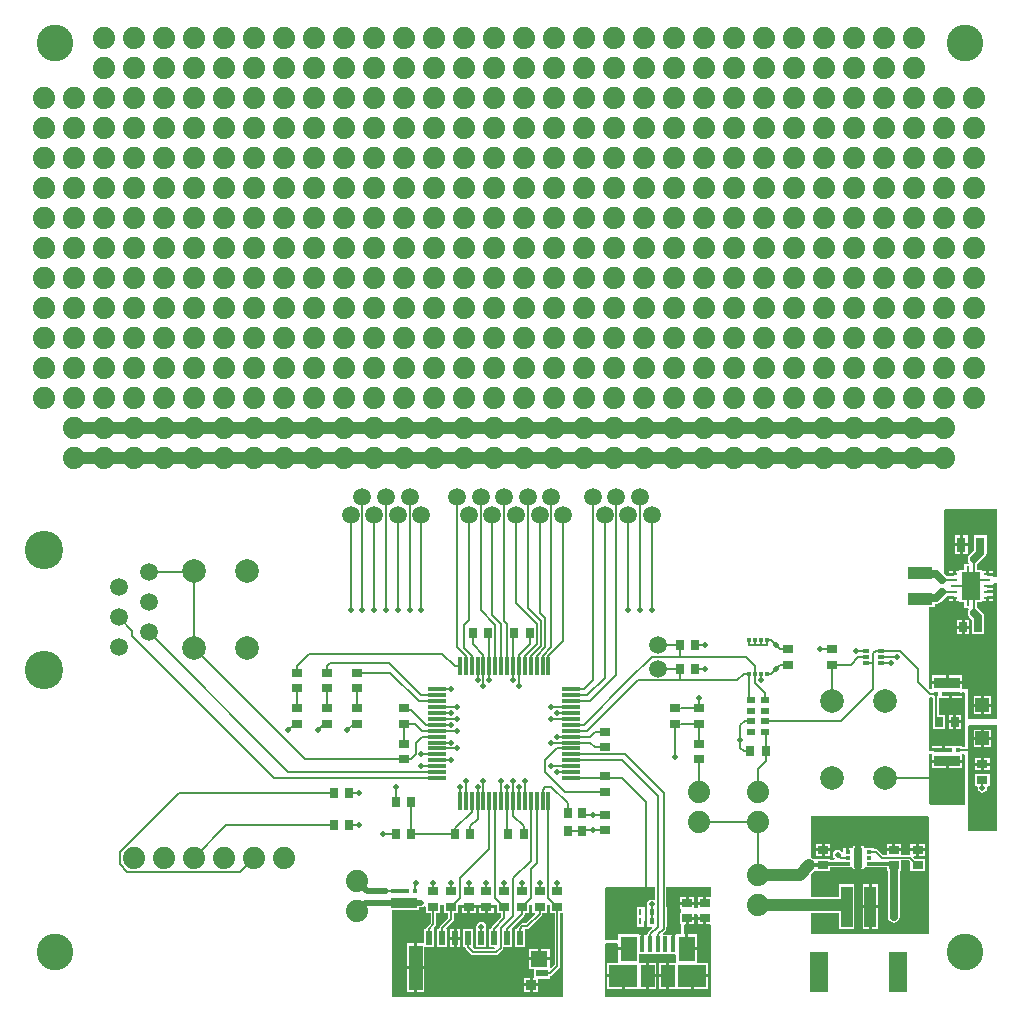
<source format=gtl>
G04*
G04 #@! TF.GenerationSoftware,Altium Limited,CircuitStudio,1.5.1 (13)*
G04*
G04 Layer_Physical_Order=1*
G04 Layer_Color=11767835*
%FSLAX25Y25*%
%MOIN*%
G70*
G01*
G75*
%ADD10R,0.03150X0.03543*%
%ADD11R,0.04724X0.04724*%
%ADD12R,0.02362X0.01181*%
%ADD13R,0.01181X0.05906*%
%ADD14R,0.05906X0.01181*%
%ADD15R,0.00984X0.01969*%
%ADD16R,0.06496X0.09449*%
%ADD17R,0.02362X0.00945*%
%ADD18R,0.03543X0.02756*%
%ADD19R,0.03150X0.01969*%
%ADD20R,0.03937X0.13780*%
%ADD21R,0.05906X0.13386*%
%ADD22R,0.01772X0.02461*%
%ADD23R,0.00984X0.02461*%
%ADD24R,0.01772X0.01181*%
%ADD25R,0.02756X0.06693*%
%ADD26R,0.01181X0.01772*%
%ADD27R,0.08268X0.03937*%
%ADD28R,0.02756X0.03543*%
%ADD29R,0.03150X0.05118*%
%ADD30R,0.08661X0.03740*%
%ADD31R,0.06201X0.01181*%
%ADD32R,0.01378X0.01181*%
%ADD33R,0.05709X0.05512*%
%ADD34R,0.04724X0.14921*%
%ADD35R,0.02362X0.04921*%
%ADD36R,0.03740X0.03347*%
%ADD37R,0.03937X0.02362*%
%ADD38R,0.05807X0.08268*%
%ADD39R,0.01772X0.05433*%
%ADD40R,0.09350X0.07480*%
%ADD41R,0.04626X0.07480*%
%ADD42C,0.05906*%
%ADD43C,0.00591*%
%ADD44C,0.03937*%
%ADD45C,0.01181*%
%ADD46C,0.02756*%
%ADD47C,0.01969*%
%ADD48C,0.00787*%
%ADD49R,0.02362X0.07874*%
%ADD50C,0.12795*%
%ADD51C,0.07400*%
%ADD52C,0.12205*%
%ADD53C,0.07874*%
%ADD54C,0.01969*%
G36*
X712598Y475040D02*
X712598Y458661D01*
X701141D01*
X700787Y459015D01*
X700787Y475394D01*
X701772D01*
Y473630D01*
X706693D01*
X711614D01*
Y475394D01*
X712245D01*
X712598Y475040D01*
D02*
G37*
G36*
X723425Y534802D02*
X723072Y534449D01*
X721850D01*
Y534933D01*
X720079D01*
Y535433D01*
X719579D01*
Y536496D01*
X718405D01*
Y536811D01*
X716634D01*
Y538710D01*
X716970Y538935D01*
X719136Y541101D01*
X719571Y541752D01*
X719645Y542126D01*
X719882D01*
Y548425D01*
X715551D01*
Y543193D01*
X714132Y541774D01*
X713697Y541122D01*
X713544Y540354D01*
X713697Y539586D01*
X713902Y539280D01*
X713635Y538779D01*
X712500D01*
Y536811D01*
X710728D01*
Y536496D01*
X709555D01*
Y535433D01*
X709055D01*
Y534933D01*
X707283D01*
Y534847D01*
X707203Y534772D01*
X706564Y534844D01*
X706537Y534884D01*
X705709Y535712D01*
X705709Y556733D01*
X706062Y557087D01*
X723425D01*
X723425Y534802D01*
D02*
G37*
G36*
X723425Y485236D02*
X723425Y450157D01*
X723072Y449803D01*
X713583D01*
X713583Y484883D01*
X713936Y485236D01*
X723425Y485236D01*
D02*
G37*
G36*
X723425Y532480D02*
X723425Y487558D01*
X723072Y487205D01*
X713583Y487205D01*
Y497047D01*
X711614D01*
Y498811D01*
X706693D01*
X701772D01*
Y497047D01*
X700787D01*
Y524606D01*
X702559D01*
Y525552D01*
X703150D01*
X703918Y525705D01*
X704569Y526140D01*
X706537Y528108D01*
X707154Y528132D01*
X707231Y528059D01*
X709055D01*
Y527559D01*
X709555D01*
Y526496D01*
X710728D01*
Y526181D01*
X712500D01*
Y524213D01*
X713635D01*
X713902Y523713D01*
X713697Y523406D01*
X713544Y522638D01*
X713697Y521870D01*
X714132Y521219D01*
X715119Y520232D01*
Y517717D01*
X715158Y517523D01*
Y515354D01*
X719095D01*
Y517523D01*
X719133Y517717D01*
Y521063D01*
X718980Y521831D01*
X718545Y522482D01*
X716970Y524057D01*
X716634Y524282D01*
Y526181D01*
X718405D01*
Y526496D01*
X719579D01*
Y527559D01*
X720079D01*
Y528059D01*
X721850D01*
Y528465D01*
Y529028D01*
X720079D01*
Y530028D01*
X721850D01*
Y530433D01*
Y530996D01*
X720079D01*
Y531996D01*
X721865D01*
X722318Y532480D01*
X723425D01*
D02*
G37*
G36*
X574409Y422638D02*
X575869D01*
Y405295D01*
X574713Y404140D01*
X574213Y404347D01*
Y406783D01*
X567323D01*
Y403937D01*
X569095D01*
Y400787D01*
X568512D01*
Y399024D01*
X570472D01*
Y400591D01*
X574213D01*
Y401459D01*
X574213D01*
X574558Y401528D01*
X574851Y401724D01*
X577410Y404283D01*
X577606Y404576D01*
X577675Y404921D01*
Y422638D01*
X578740D01*
Y394604D01*
X521654D01*
Y423425D01*
X530512D01*
Y424379D01*
X531496D01*
X532111Y424501D01*
X532571Y424808D01*
X532830Y424739D01*
X533071Y424607D01*
Y422638D01*
X534530D01*
Y419075D01*
X533417Y417962D01*
X533221Y417668D01*
X533152Y417323D01*
Y417126D01*
X532283D01*
Y412362D01*
X530028D01*
Y404811D01*
X532480D01*
Y411024D01*
X535827D01*
Y417126D01*
X535789D01*
X535598Y417588D01*
X536072Y418062D01*
X536072Y418062D01*
X536268Y418355D01*
X536279Y418412D01*
X536336Y418701D01*
X536336Y418701D01*
Y422638D01*
X537795D01*
Y425197D01*
X538976D01*
Y422638D01*
X540435D01*
Y420847D01*
X537747Y418158D01*
X537551Y417865D01*
X537483Y417520D01*
Y417126D01*
X536614D01*
Y411024D01*
X540158D01*
Y417126D01*
X539977D01*
X539769Y417626D01*
X541977Y419834D01*
X542173Y420127D01*
X542242Y420472D01*
Y422638D01*
X543701D01*
Y425197D01*
X544882D01*
Y425106D01*
X547244D01*
X549606D01*
Y425197D01*
X550787D01*
Y425106D01*
X553150D01*
X555512D01*
Y425197D01*
X556693D01*
Y422638D01*
X558152D01*
Y421043D01*
X555070Y417961D01*
X554874Y417668D01*
X554806Y417323D01*
Y417126D01*
X553937D01*
Y411024D01*
X555767D01*
X556017Y410524D01*
X555888Y410352D01*
X549005D01*
X548843Y410549D01*
X548819Y411024D01*
X548819D01*
X548819Y411024D01*
Y417126D01*
X545276D01*
Y411024D01*
X546144D01*
X546213Y410678D01*
X546409Y410385D01*
X547983Y408810D01*
X548276Y408614D01*
X548622Y408546D01*
X548622Y408546D01*
X556496D01*
X556842Y408614D01*
X557135Y408810D01*
X558513Y410188D01*
X558708Y410481D01*
X558777Y410827D01*
Y411024D01*
X561811D01*
Y417126D01*
X561773D01*
X561582Y417588D01*
X565599Y421605D01*
X565795Y421898D01*
X565864Y422244D01*
Y422638D01*
X567323D01*
Y425197D01*
X568504D01*
Y422638D01*
X569276D01*
X569483Y422138D01*
X566358Y419013D01*
X565158D01*
X564812Y418945D01*
X564519Y418749D01*
X563731Y417961D01*
X563536Y417668D01*
X563467Y417323D01*
Y417126D01*
X562598D01*
Y411024D01*
X566142D01*
Y417126D01*
X566608Y417207D01*
X566732D01*
X567078Y417276D01*
X567371Y417472D01*
X571505Y421605D01*
X571700Y421898D01*
X571769Y422244D01*
Y422638D01*
X573228D01*
Y425197D01*
X574409D01*
Y422638D01*
D02*
G37*
G36*
X609333Y431102D02*
Y427106D01*
X608969Y426912D01*
X608833Y426887D01*
X608268Y426999D01*
X607653Y426877D01*
X607132Y426529D01*
X606784Y426008D01*
X606662Y425394D01*
X606720Y425104D01*
X606346Y424604D01*
X603248D01*
Y420963D01*
Y417915D01*
X605799D01*
Y419736D01*
X606791D01*
Y417915D01*
X606791D01*
Y417864D01*
X608256D01*
X608448Y417402D01*
X607038Y415993D01*
X606843Y415700D01*
X606774Y415354D01*
Y415315D01*
X605618D01*
Y412008D01*
X604618D01*
Y415315D01*
X604035D01*
Y415354D01*
X597047D01*
Y413739D01*
X596694Y413386D01*
X592520D01*
X592520Y430749D01*
X592873Y431102D01*
X609333Y431102D01*
D02*
G37*
G36*
X700787Y454371D02*
X700787Y415354D01*
X661417D01*
Y422616D01*
X670669D01*
Y417126D01*
X675787D01*
Y424439D01*
X675809Y424606D01*
X675787Y424774D01*
Y432087D01*
X670669D01*
Y427778D01*
X661417D01*
Y435326D01*
X662497Y436406D01*
X662992Y436417D01*
X662992Y436417D01*
X662992Y436417D01*
X667717D01*
Y437772D01*
X673524D01*
X673640Y437795D01*
X674697D01*
X675000Y437795D01*
X675197Y437377D01*
X675197Y437377D01*
Y437008D01*
X676665D01*
Y440945D01*
Y444882D01*
X675197D01*
Y444513D01*
X675000Y444095D01*
X674697Y444095D01*
X674024D01*
Y442913D01*
X673024D01*
Y444095D01*
X672047D01*
Y443012D01*
X671547Y442861D01*
X671411Y443064D01*
X670890Y443413D01*
X670276Y443535D01*
X669661Y443413D01*
X669140Y443064D01*
X668792Y442544D01*
X668670Y441929D01*
X668792Y441315D01*
X669140Y440794D01*
X669310Y440681D01*
X669158Y440181D01*
X667717D01*
Y440354D01*
X662992D01*
X662992Y440354D01*
Y440354D01*
X662492Y440334D01*
X662117Y440621D01*
X661495Y440879D01*
X661417Y440889D01*
Y454724D01*
X700434D01*
X700787Y454371D01*
D02*
G37*
G36*
X712598Y495709D02*
X712598Y477872D01*
X711614D01*
Y478150D01*
X705969D01*
Y476968D01*
X705469D01*
Y476469D01*
X701515D01*
X701424Y476378D01*
X700787D01*
X700787Y494151D01*
X701272Y494556D01*
X701772Y494499D01*
Y494291D01*
X702148D01*
Y487598D01*
X702165Y487511D01*
Y483858D01*
X706102D01*
Y488583D01*
X703954D01*
Y494291D01*
X707417D01*
Y495472D01*
X707917D01*
Y495972D01*
X711608D01*
Y496063D01*
X712245D01*
X712598Y495709D01*
D02*
G37*
G36*
X623622Y421890D02*
Y421169D01*
X625984D01*
Y420669D01*
X626484D01*
Y418701D01*
X627599D01*
X627953Y418347D01*
X627953Y394604D01*
X592520D01*
X592520Y412048D01*
X592873Y412402D01*
X596694D01*
X597047Y412048D01*
Y411130D01*
X600541D01*
Y410130D01*
X597047D01*
Y406405D01*
X597047Y405905D01*
X596547Y405905D01*
X596547D01*
X593455D01*
Y402075D01*
X598721D01*
Y401575D01*
X599221D01*
Y397244D01*
X603486D01*
X603986Y397244D01*
X603986D01*
X604486Y397244D01*
X606390D01*
Y401575D01*
Y405905D01*
X604535D01*
X604486D01*
X604420D01*
X604035Y405905D01*
Y405990D01*
Y406126D01*
X604035Y406385D01*
Y406405D01*
Y408701D01*
X616083D01*
X616437Y408347D01*
Y406405D01*
Y406385D01*
X616437Y406126D01*
Y405990D01*
Y405905D01*
X616052Y405905D01*
X615986D01*
X615937D01*
X615937D01*
X614083D01*
Y401575D01*
Y397244D01*
X615986D01*
X616486Y397244D01*
X616486D01*
X616986Y397244D01*
X621252D01*
Y401575D01*
X621752D01*
Y402075D01*
X627018D01*
Y405905D01*
X623925D01*
X623425Y405905D01*
X623425Y406405D01*
Y410130D01*
X619931D01*
Y410630D01*
X619431D01*
Y415354D01*
X619095D01*
X619095Y418347D01*
X619448Y418701D01*
X619579D01*
Y420669D01*
X620079D01*
Y421169D01*
X622441D01*
Y422244D01*
X623269D01*
X623622Y421890D01*
D02*
G37*
G36*
X627953Y427756D02*
X626484D01*
Y425787D01*
X625984D01*
Y425287D01*
X623622D01*
Y424213D01*
X622794D01*
X622441Y424566D01*
Y425287D01*
X620079D01*
X617717D01*
Y423819D01*
X618110D01*
Y422991D01*
X617757Y422638D01*
X617717D01*
Y418701D01*
X618110D01*
Y415708D01*
X617757Y415354D01*
X616437D01*
Y415315D01*
X615854D01*
Y412008D01*
X614854D01*
Y415315D01*
X612127D01*
X611936Y415777D01*
X612843Y416684D01*
X613039Y416977D01*
X613108Y417323D01*
Y417915D01*
X613287D01*
Y420963D01*
Y424604D01*
X613108D01*
Y431102D01*
X627953D01*
Y427756D01*
D02*
G37*
%LPC*%
G36*
X555512Y424106D02*
X553650D01*
Y422638D01*
X555512D01*
Y424106D01*
D02*
G37*
G36*
X546744Y424106D02*
X544882D01*
Y422638D01*
X546744D01*
Y424106D01*
D02*
G37*
G36*
X622441Y420169D02*
X620579D01*
Y418701D01*
X622441D01*
Y420169D01*
D02*
G37*
G36*
X683661Y424106D02*
X681602D01*
Y417126D01*
X683661D01*
Y424106D01*
D02*
G37*
G36*
X552650Y424106D02*
X550787D01*
Y422638D01*
X552650D01*
Y424106D01*
D02*
G37*
G36*
X625484Y420169D02*
X623622D01*
Y418701D01*
X625484D01*
Y420169D01*
D02*
G37*
G36*
X679134Y444882D02*
X677665D01*
Y440945D01*
Y437008D01*
X679134D01*
Y437377D01*
X679331Y437795D01*
X679634Y437795D01*
X680691D01*
X680807Y437772D01*
X686614D01*
Y436417D01*
X686969D01*
Y421260D01*
X687122Y420492D01*
X687557Y419841D01*
X688208Y419406D01*
X688976Y419253D01*
X689745Y419406D01*
X690396Y419841D01*
X690831Y420492D01*
X690983Y421260D01*
Y436417D01*
X691339D01*
Y440042D01*
X693917D01*
X694488Y439471D01*
Y436417D01*
X699213D01*
Y440354D01*
X696159D01*
X695440Y441074D01*
X695631Y441535D01*
X696350D01*
Y443004D01*
X694488D01*
Y442010D01*
X694291Y441848D01*
X691339D01*
Y443004D01*
X688976D01*
X686614D01*
Y441848D01*
X685414D01*
X683709Y443552D01*
X683417Y443748D01*
X683071Y443817D01*
X682283D01*
Y444095D01*
X679634D01*
X679331Y444095D01*
X679134Y444513D01*
X679134Y444513D01*
Y444882D01*
D02*
G37*
G36*
X625484Y427756D02*
X623622D01*
Y426287D01*
X625484D01*
Y427756D01*
D02*
G37*
G36*
X667717Y443004D02*
X665854D01*
Y441535D01*
X667717D01*
Y443004D01*
D02*
G37*
G36*
X664854D02*
X662992D01*
Y441535D01*
X664854D01*
Y443004D01*
D02*
G37*
G36*
X622441Y427756D02*
X620579D01*
Y426287D01*
X622441D01*
Y427756D01*
D02*
G37*
G36*
X680602Y432087D02*
X678543D01*
Y425106D01*
X680602D01*
Y432087D01*
D02*
G37*
G36*
X549606Y424106D02*
X547744D01*
Y422638D01*
X549606D01*
Y424106D01*
D02*
G37*
G36*
X619579Y427756D02*
X617717D01*
Y426287D01*
X619579D01*
Y427756D01*
D02*
G37*
G36*
X683661Y432087D02*
X681602D01*
Y425106D01*
X683661D01*
Y432087D01*
D02*
G37*
G36*
X609793Y401075D02*
X607390D01*
Y397244D01*
X609793D01*
Y401075D01*
D02*
G37*
G36*
X613083D02*
X610679D01*
Y397244D01*
X613083D01*
Y401075D01*
D02*
G37*
G36*
X627018Y401075D02*
X622252D01*
Y397244D01*
X627018D01*
Y401075D01*
D02*
G37*
G36*
X613083Y405905D02*
X610679D01*
Y402075D01*
X613083D01*
Y405905D01*
D02*
G37*
G36*
X567512Y400787D02*
X565551D01*
Y399024D01*
X567512D01*
Y400787D01*
D02*
G37*
G36*
X570472Y398024D02*
X568512D01*
Y396260D01*
X570472D01*
Y398024D01*
D02*
G37*
G36*
X567512D02*
X565551D01*
Y396260D01*
X567512D01*
Y398024D01*
D02*
G37*
G36*
X529028Y403811D02*
X526575D01*
Y396260D01*
X529028D01*
Y403811D01*
D02*
G37*
G36*
X598220Y401075D02*
X593455D01*
Y397244D01*
X598220D01*
Y401075D01*
D02*
G37*
G36*
X532480Y403811D02*
X530028D01*
Y396260D01*
X532480D01*
Y403811D01*
D02*
G37*
G36*
X609793Y405905D02*
X607390D01*
Y402075D01*
X609793D01*
Y405905D01*
D02*
G37*
G36*
X623425Y415354D02*
X620431D01*
Y411130D01*
X623425D01*
Y415354D01*
D02*
G37*
G36*
X551378Y419519D02*
X550764Y419397D01*
X550243Y419049D01*
X549895Y418528D01*
X549772Y417913D01*
X549829Y417626D01*
X549606Y417126D01*
X549606D01*
X549606Y417126D01*
Y411024D01*
X553150D01*
Y417126D01*
X553150Y417126D01*
X553150D01*
X552926Y417626D01*
X552984Y417913D01*
X552861Y418528D01*
X552513Y419049D01*
X551992Y419397D01*
X551378Y419519D01*
D02*
G37*
G36*
X542216Y417126D02*
X540945D01*
Y414575D01*
X542216D01*
Y417126D01*
D02*
G37*
G36*
X680602Y424106D02*
X678543D01*
Y417126D01*
X680602D01*
Y424106D01*
D02*
G37*
G36*
X544488Y417126D02*
X543217D01*
Y414575D01*
X544488D01*
Y417126D01*
D02*
G37*
G36*
X570268Y410630D02*
X567323D01*
Y407784D01*
X570268D01*
Y410630D01*
D02*
G37*
G36*
X529028Y412362D02*
X526575D01*
Y404811D01*
X529028D01*
Y412362D01*
D02*
G37*
G36*
X574213Y410630D02*
X571268D01*
Y407784D01*
X574213D01*
Y410630D01*
D02*
G37*
G36*
X544488Y413575D02*
X543217D01*
Y411024D01*
X544488D01*
Y413575D01*
D02*
G37*
G36*
X542216D02*
X540945D01*
Y411024D01*
X542216D01*
Y413575D01*
D02*
G37*
G36*
X699213Y443004D02*
X697350D01*
Y441535D01*
X699213D01*
Y443004D01*
D02*
G37*
G36*
X706193Y501772D02*
X701772D01*
Y499811D01*
X706193D01*
Y501772D01*
D02*
G37*
G36*
X711608Y494973D02*
X708417D01*
Y494291D01*
X711608D01*
Y494973D01*
D02*
G37*
G36*
X711614Y501772D02*
X707193D01*
Y499811D01*
X711614D01*
Y501772D01*
D02*
G37*
G36*
X713976Y517217D02*
X712508D01*
Y515354D01*
X713976D01*
Y517217D01*
D02*
G37*
G36*
X711508D02*
X710039D01*
Y515354D01*
X711508D01*
Y517217D01*
D02*
G37*
G36*
X718004Y491232D02*
X715551D01*
Y488779D01*
X718004D01*
Y491232D01*
D02*
G37*
G36*
X711221Y488583D02*
X709752D01*
Y486721D01*
X711221D01*
Y488583D01*
D02*
G37*
G36*
X721457Y491232D02*
X719004D01*
Y488779D01*
X721457D01*
Y491232D01*
D02*
G37*
G36*
Y494685D02*
X719004D01*
Y492232D01*
X721457D01*
Y494685D01*
D02*
G37*
G36*
X718004D02*
X715551D01*
Y492232D01*
X718004D01*
Y494685D01*
D02*
G37*
G36*
X710917Y544776D02*
X709252D01*
Y542126D01*
X710917D01*
Y544776D01*
D02*
G37*
G36*
X721850Y536496D02*
X720579D01*
Y535933D01*
X721850D01*
Y536496D01*
D02*
G37*
G36*
X713583Y544776D02*
X711917D01*
Y542126D01*
X713583D01*
Y544776D01*
D02*
G37*
G36*
Y548425D02*
X711917D01*
Y545776D01*
X713583D01*
Y548425D01*
D02*
G37*
G36*
X710917D02*
X709252D01*
Y545776D01*
X710917D01*
Y548425D01*
D02*
G37*
G36*
X713976Y520079D02*
X712508D01*
Y518217D01*
X713976D01*
Y520079D01*
D02*
G37*
G36*
X711508D02*
X710039D01*
Y518217D01*
X711508D01*
Y520079D01*
D02*
G37*
G36*
X708555Y527059D02*
X707283D01*
Y526496D01*
X708555D01*
Y527059D01*
D02*
G37*
G36*
Y536496D02*
X707283D01*
Y535933D01*
X708555D01*
Y536496D01*
D02*
G37*
G36*
X721850Y527059D02*
X720579D01*
Y526496D01*
X721850D01*
Y527059D01*
D02*
G37*
G36*
X708752Y488583D02*
X707283D01*
Y486721D01*
X708752D01*
Y488583D01*
D02*
G37*
G36*
X720866Y468898D02*
X716142D01*
Y464961D01*
X716580D01*
X716956Y464461D01*
X716898Y464173D01*
X717021Y463559D01*
X717369Y463038D01*
X717889Y462690D01*
X718504Y462568D01*
X719118Y462690D01*
X719639Y463038D01*
X719987Y463559D01*
X720110Y464173D01*
X720052Y464461D01*
X720427Y464961D01*
X720866D01*
Y468898D01*
D02*
G37*
G36*
X691339Y445472D02*
X689476D01*
Y444004D01*
X691339D01*
Y445472D01*
D02*
G37*
G36*
X718004Y471547D02*
X716142D01*
Y470079D01*
X718004D01*
Y471547D01*
D02*
G37*
G36*
X706193Y472630D02*
X701772D01*
Y470669D01*
X706193D01*
Y472630D01*
D02*
G37*
G36*
X720866Y471547D02*
X719004D01*
Y470079D01*
X720866D01*
Y471547D01*
D02*
G37*
G36*
X667717Y445472D02*
X665854D01*
Y444004D01*
X667717D01*
Y445472D01*
D02*
G37*
G36*
X664854D02*
X662992D01*
Y444004D01*
X664854D01*
Y445472D01*
D02*
G37*
G36*
X696350D02*
X694488D01*
Y444004D01*
X696350D01*
Y445472D01*
D02*
G37*
G36*
X688476D02*
X686614D01*
Y444004D01*
X688476D01*
Y445472D01*
D02*
G37*
G36*
X699213D02*
X697350D01*
Y444004D01*
X699213D01*
Y445472D01*
D02*
G37*
G36*
X718004Y483661D02*
X715551D01*
Y481209D01*
X718004D01*
Y483661D01*
D02*
G37*
G36*
X721457Y480209D02*
X719004D01*
Y477756D01*
X721457D01*
Y480209D01*
D02*
G37*
G36*
Y483661D02*
X719004D01*
Y481209D01*
X721457D01*
Y483661D01*
D02*
G37*
G36*
X711221Y485720D02*
X709752D01*
Y483858D01*
X711221D01*
Y485720D01*
D02*
G37*
G36*
X708752D02*
X707283D01*
Y483858D01*
X708752D01*
Y485720D01*
D02*
G37*
G36*
X718004Y474016D02*
X716142D01*
Y472547D01*
X718004D01*
Y474016D01*
D02*
G37*
G36*
X711614Y472630D02*
X707193D01*
Y470669D01*
X711614D01*
Y472630D01*
D02*
G37*
G36*
X720866Y474016D02*
X719004D01*
Y472547D01*
X720866D01*
Y474016D01*
D02*
G37*
G36*
X718004Y480209D02*
X715551D01*
Y477756D01*
X718004D01*
Y480209D01*
D02*
G37*
G36*
X704969Y478150D02*
X701778D01*
Y477468D01*
X704969D01*
Y478150D01*
D02*
G37*
%LPD*%
D10*
X580315Y449803D02*
D03*
Y455709D02*
D03*
X585039D02*
D03*
Y449803D02*
D03*
D11*
X718504Y491732D02*
D03*
Y480709D02*
D03*
D12*
X684646Y509842D02*
D03*
Y505905D02*
D03*
Y507874D02*
D03*
X679528Y509842D02*
D03*
Y507874D02*
D03*
Y505905D02*
D03*
D13*
X544291Y504724D02*
D03*
X546260D02*
D03*
X548228D02*
D03*
X550197D02*
D03*
X552165D02*
D03*
X554134D02*
D03*
X556102D02*
D03*
X558071D02*
D03*
X560039D02*
D03*
X562008D02*
D03*
X563976D02*
D03*
X565945D02*
D03*
X567913D02*
D03*
X569882D02*
D03*
X571850D02*
D03*
X573819D02*
D03*
X544291Y459842D02*
D03*
X546260D02*
D03*
X548228D02*
D03*
X550197D02*
D03*
X552165D02*
D03*
X554134D02*
D03*
X556102D02*
D03*
X558071D02*
D03*
X560039D02*
D03*
X562008D02*
D03*
X563976D02*
D03*
X565945D02*
D03*
X567913D02*
D03*
X569882D02*
D03*
X571850D02*
D03*
X573819D02*
D03*
D14*
X581496Y497047D02*
D03*
Y495079D02*
D03*
Y493110D02*
D03*
Y491142D02*
D03*
Y489173D02*
D03*
Y487205D02*
D03*
Y485236D02*
D03*
Y483268D02*
D03*
Y481299D02*
D03*
Y479331D02*
D03*
Y477362D02*
D03*
Y475394D02*
D03*
Y473425D02*
D03*
Y471457D02*
D03*
Y469488D02*
D03*
Y467520D02*
D03*
X536614D02*
D03*
Y469488D02*
D03*
Y471457D02*
D03*
Y473425D02*
D03*
Y475394D02*
D03*
Y477362D02*
D03*
Y479331D02*
D03*
Y481299D02*
D03*
Y483268D02*
D03*
Y485236D02*
D03*
Y487205D02*
D03*
Y489173D02*
D03*
Y491142D02*
D03*
Y493110D02*
D03*
Y495079D02*
D03*
Y497047D02*
D03*
D15*
X715551Y525787D02*
D03*
X713583D02*
D03*
X715551Y537205D02*
D03*
X713583D02*
D03*
D16*
X714567Y531496D02*
D03*
D17*
X720079Y535433D02*
D03*
Y533465D02*
D03*
Y531496D02*
D03*
Y529528D02*
D03*
Y527559D02*
D03*
X709055D02*
D03*
Y529528D02*
D03*
Y531496D02*
D03*
Y533465D02*
D03*
Y535433D02*
D03*
D18*
X509842Y485630D02*
D03*
Y490748D02*
D03*
X500000Y485630D02*
D03*
Y490748D02*
D03*
X490158Y485630D02*
D03*
Y490748D02*
D03*
X668307Y505315D02*
D03*
Y510433D02*
D03*
X592520Y468110D02*
D03*
Y462992D02*
D03*
X576772Y424606D02*
D03*
Y429724D02*
D03*
X570866Y424606D02*
D03*
Y429724D02*
D03*
X535433Y424606D02*
D03*
Y429724D02*
D03*
X564961Y424606D02*
D03*
Y429724D02*
D03*
X559055Y424606D02*
D03*
Y429724D02*
D03*
X541339Y424606D02*
D03*
Y429724D02*
D03*
X525591Y473819D02*
D03*
Y478937D02*
D03*
X625984Y425787D02*
D03*
Y420669D02*
D03*
X696850Y443504D02*
D03*
Y438386D02*
D03*
X624016Y478937D02*
D03*
Y473819D02*
D03*
Y490748D02*
D03*
Y485630D02*
D03*
X718504Y466929D02*
D03*
Y472047D02*
D03*
X509842Y497441D02*
D03*
Y502559D02*
D03*
X500000Y497441D02*
D03*
Y502559D02*
D03*
X490158Y497441D02*
D03*
Y502559D02*
D03*
X653543Y505315D02*
D03*
Y510433D02*
D03*
X620079Y420669D02*
D03*
Y425787D02*
D03*
X547244Y429724D02*
D03*
Y424606D02*
D03*
X553150Y429724D02*
D03*
Y424606D02*
D03*
X592520Y477756D02*
D03*
Y482874D02*
D03*
X525591Y490748D02*
D03*
Y485630D02*
D03*
X592520Y450197D02*
D03*
Y455315D02*
D03*
X665354Y438386D02*
D03*
Y443504D02*
D03*
X688976Y438386D02*
D03*
Y443504D02*
D03*
X616142Y485630D02*
D03*
Y490748D02*
D03*
D19*
X641339Y493504D02*
D03*
Y489961D02*
D03*
Y486417D02*
D03*
Y482874D02*
D03*
X646063D02*
D03*
Y486417D02*
D03*
Y489961D02*
D03*
Y493504D02*
D03*
D20*
X681102Y424606D02*
D03*
X673228D02*
D03*
D21*
X690354Y402756D02*
D03*
X663976D02*
D03*
D22*
X608268Y422784D02*
D03*
Y419685D02*
D03*
D23*
X604331Y419736D02*
D03*
X606299D02*
D03*
X610236D02*
D03*
X612205D02*
D03*
Y422784D02*
D03*
X610236D02*
D03*
X606299D02*
D03*
X604331D02*
D03*
D24*
X673524Y442913D02*
D03*
Y440945D02*
D03*
Y438976D02*
D03*
X680807D02*
D03*
Y440945D02*
D03*
Y442913D02*
D03*
D25*
X677165Y440945D02*
D03*
D26*
X640748Y502264D02*
D03*
Y513484D02*
D03*
X646654Y502264D02*
D03*
X644685D02*
D03*
X642717D02*
D03*
Y513484D02*
D03*
X644685D02*
D03*
X646654D02*
D03*
D27*
X697835Y535827D02*
D03*
Y527165D02*
D03*
D28*
X617520Y511811D02*
D03*
X622638D02*
D03*
X617520Y503937D02*
D03*
X622638D02*
D03*
X507480Y451772D02*
D03*
X502362D02*
D03*
X507480Y462598D02*
D03*
X502362D02*
D03*
X709252Y486221D02*
D03*
X704134D02*
D03*
X528150Y459646D02*
D03*
X523032D02*
D03*
X712008Y517717D02*
D03*
X717126D02*
D03*
X560433Y448819D02*
D03*
X565551D02*
D03*
X542717Y448819D02*
D03*
X547835D02*
D03*
X567520Y515748D02*
D03*
X562402D02*
D03*
X553740Y515748D02*
D03*
X548622D02*
D03*
X646260Y476378D02*
D03*
X641142D02*
D03*
X528150Y448819D02*
D03*
X523032D02*
D03*
D29*
X711417Y545276D02*
D03*
X717717D02*
D03*
D30*
X525591Y425886D02*
D03*
X706693Y473130D02*
D03*
Y499311D02*
D03*
D31*
X524366Y429724D02*
D03*
X705469Y476968D02*
D03*
X707917Y495472D02*
D03*
D32*
X529232Y429724D02*
D03*
X710335Y476968D02*
D03*
X703051Y495472D02*
D03*
D33*
X570768Y407283D02*
D03*
D34*
X529528Y404311D02*
D03*
D35*
X534055Y414075D02*
D03*
X538386D02*
D03*
X542717D02*
D03*
X547047D02*
D03*
X551378D02*
D03*
X555709D02*
D03*
X560039D02*
D03*
X564370D02*
D03*
D36*
X568012Y398524D02*
D03*
D37*
X571654Y402362D02*
D03*
D38*
X619931Y410630D02*
D03*
X600541D02*
D03*
D39*
X615354Y412008D02*
D03*
X612795D02*
D03*
X610236D02*
D03*
X607677D02*
D03*
X605118D02*
D03*
D40*
X598721Y401575D02*
D03*
X621752D02*
D03*
D41*
X606890D02*
D03*
X613583D02*
D03*
D42*
X610236Y503937D02*
D03*
Y511811D02*
D03*
X543307Y561024D02*
D03*
X547244Y555118D02*
D03*
X551181Y561024D02*
D03*
X555118Y555118D02*
D03*
X559055Y561024D02*
D03*
X562992Y555118D02*
D03*
X566929Y561024D02*
D03*
X570866Y555118D02*
D03*
X574803Y561024D02*
D03*
X578740Y555118D02*
D03*
X507874Y555118D02*
D03*
X511811Y561024D02*
D03*
X515748Y555118D02*
D03*
X519685Y561024D02*
D03*
X523622Y555118D02*
D03*
X527559Y561024D02*
D03*
X531496Y555118D02*
D03*
X608268Y555118D02*
D03*
X604331Y561024D02*
D03*
X600394Y555118D02*
D03*
X596457Y561024D02*
D03*
X592520Y555118D02*
D03*
X588583Y561024D02*
D03*
X430512Y511122D02*
D03*
X440512Y516122D02*
D03*
X430512Y521122D02*
D03*
X440512Y526122D02*
D03*
X430512Y531122D02*
D03*
X440512Y536122D02*
D03*
D43*
X507480Y462598D02*
X510827D01*
X506890Y451772D02*
X510827D01*
X466457D02*
X502362D01*
X450591Y462598D02*
X502362D01*
X523032Y459646D02*
Y464567D01*
X518701Y448819D02*
X522441D01*
X528150Y449409D02*
X528740Y448819D01*
X528150Y449409D02*
Y459646D01*
X542717Y448819D02*
X542717Y448819D01*
X528740Y448819D02*
X542717D01*
X664370Y510433D02*
X668307D01*
Y505315D02*
X674606D01*
X668307Y493110D02*
Y505315D01*
X700984Y495472D02*
X703051D01*
X696850Y499606D02*
X700984Y495472D01*
X696850Y499606D02*
Y503937D01*
X682087Y505906D02*
Y509055D01*
X682874Y509842D02*
X684646D01*
X682087Y509055D02*
X682874Y509842D01*
X690945D02*
X696850Y503937D01*
X684646Y509842D02*
X690945D01*
X684646Y507874D02*
X689961D01*
X682086Y505905D02*
X682087Y505906D01*
X682086Y497047D02*
Y505905D01*
X682086Y505905D02*
X682086Y505905D01*
X679528Y505905D02*
X682086D01*
X671457Y486417D02*
X682086Y497047D01*
X677165Y507874D02*
X679528D01*
X674606Y505315D02*
X677165Y507874D01*
X687992Y505905D02*
X687992Y505905D01*
X684646Y505905D02*
X687992D01*
X677165Y509842D02*
X679528D01*
X608268Y422784D02*
Y425394D01*
Y419685D02*
Y422784D01*
X482283Y467520D02*
X536614D01*
X435039Y514764D02*
X482283Y467520D01*
X487146Y469488D02*
X536614D01*
X440512Y516122D02*
X487146Y469488D01*
X492717Y473819D02*
X525591D01*
X455709Y510827D02*
X492717Y473819D01*
X643701Y435197D02*
Y452756D01*
X646260Y473032D02*
Y476378D01*
X643701Y470472D02*
X646260Y473032D01*
X643701Y462756D02*
Y470472D01*
Y462756D02*
X643701Y462756D01*
X646063Y486417D02*
X671457D01*
X581496Y497047D02*
X585630D01*
X588583Y500000D01*
Y561024D01*
X592520Y545276D02*
X592520Y545276D01*
Y555118D01*
X596457Y539370D02*
X596457Y539370D01*
Y561024D01*
X600394Y523622D02*
Y555118D01*
X604331Y539370D02*
X604331Y539370D01*
Y561024D01*
X608268Y545276D02*
X608268Y545276D01*
Y555118D01*
X551181Y561024D02*
X551181Y561024D01*
X559055Y519685D02*
Y561024D01*
X566929Y524213D02*
Y561024D01*
X578740Y513189D02*
Y555118D01*
X574803Y511221D02*
Y561024D01*
X570866Y522441D02*
Y555118D01*
Y522441D02*
X572638Y520669D01*
X500984Y505905D02*
X520669D01*
X500000Y504921D02*
X500984Y505905D01*
X500000Y502559D02*
Y504921D01*
X494095Y508858D02*
X538386D01*
X490158Y504921D02*
X494095Y508858D01*
X490158Y502559D02*
Y504921D01*
X508858Y485630D02*
X509842D01*
X506693Y483465D02*
X508858Y485630D01*
X499016D02*
X500000D01*
X496850Y483465D02*
X499016Y485630D01*
X489173D02*
X490158D01*
X487008Y483465D02*
X489173Y485630D01*
X509842Y490748D02*
Y497441D01*
X500000Y490748D02*
Y497441D01*
X490158Y490748D02*
Y497441D01*
X542520Y504724D02*
X544291D01*
X538386Y508858D02*
X542520Y504724D01*
X530512Y493110D02*
X536614D01*
X521063Y502559D02*
X530512Y493110D01*
X509842Y502559D02*
X521063D01*
X531496Y495079D02*
X536614D01*
X520669Y505905D02*
X531496Y495079D01*
X546260Y504724D02*
Y508268D01*
X435039Y514764D02*
Y516595D01*
X430512Y521122D02*
X435039Y516595D01*
X455413Y536122D02*
X455709Y536417D01*
X440512Y536122D02*
X455413D01*
X455709Y510827D02*
Y536417D01*
X624016Y490748D02*
Y494095D01*
Y478937D02*
Y485630D01*
X618110Y490748D02*
X624016D01*
X618110Y485630D02*
X624016D01*
Y462756D02*
Y473819D01*
X670276Y441929D02*
X671260Y440945D01*
X673524D01*
X683071Y442913D02*
X685039Y440945D01*
X680807Y442913D02*
X683071D01*
X571850Y463583D02*
X572835Y464567D01*
X571850Y459842D02*
Y463583D01*
X536614Y473425D02*
X541339D01*
X536614Y477362D02*
X543307D01*
X546260Y459842D02*
Y466535D01*
X544291Y459842D02*
Y464567D01*
X573819Y427559D02*
X576772Y424606D01*
X573819Y427559D02*
Y459842D01*
X470905Y436221D02*
X475630Y440945D01*
X433465Y436221D02*
X470905D01*
X430905Y438779D02*
X433465Y436221D01*
X430905Y438779D02*
Y442913D01*
X525591Y490748D02*
X526181Y490158D01*
X528150D01*
X533071Y485236D01*
X536614D01*
X562008Y515354D02*
X562402Y515748D01*
X562008Y504724D02*
Y515354D01*
X553740Y515748D02*
X554134Y515354D01*
Y504724D02*
Y515354D01*
X562008Y500000D02*
Y504724D01*
X554134Y500000D02*
Y504724D01*
X541339Y485236D02*
X541339Y485236D01*
X536614Y485236D02*
X541339D01*
X552165Y459842D02*
Y466535D01*
X569882Y439173D02*
Y459842D01*
X567913Y437205D02*
X569882Y439173D01*
X567913Y427559D02*
Y437205D01*
X556496Y409449D02*
X557874Y410827D01*
Y417520D01*
X562008Y421654D01*
Y434055D01*
X567913Y439961D01*
Y459842D01*
X564961Y424606D02*
X567913Y427559D01*
X565945Y459842D02*
Y466535D01*
X576772Y489173D02*
X576772Y489173D01*
X581496D01*
X574803Y491142D02*
X581496D01*
X574803Y491142D02*
X574803Y491142D01*
Y487205D02*
X581496D01*
X574803Y487205D02*
X574803Y487205D01*
X576772Y481299D02*
X576772Y481299D01*
X581496D01*
X560039Y459842D02*
Y464567D01*
X550197Y459842D02*
Y464567D01*
X548228Y456299D02*
Y459842D01*
X542717Y450787D02*
X548228Y456299D01*
X548622Y409449D02*
X556496D01*
X560039Y414075D02*
Y417323D01*
X564961Y422244D02*
Y424606D01*
X560039Y417323D02*
X564961Y422244D01*
X564370Y414075D02*
Y417323D01*
X570866Y422244D02*
Y424606D01*
X534055Y414075D02*
Y417323D01*
X535433Y418701D01*
Y424606D01*
X538386Y414075D02*
Y417520D01*
X541339Y420472D01*
Y424606D01*
X555709Y414075D02*
Y417323D01*
X559055Y420669D01*
Y424606D01*
X564370Y417323D02*
X565158Y418110D01*
X566732D01*
X570866Y422244D01*
X535433Y429724D02*
Y432480D01*
X535433Y432480D01*
X541339Y429724D02*
Y432480D01*
X541339Y432480D01*
X547244Y429724D02*
Y429921D01*
X547244Y429921D01*
Y432480D01*
X553150Y429724D02*
Y432480D01*
X553150Y432480D01*
X559055Y429724D02*
Y432480D01*
X559055Y432480D01*
X564961Y429724D02*
Y432480D01*
X564961Y432480D01*
X570866Y429724D02*
Y432480D01*
X570866Y432480D01*
X576772Y429724D02*
Y432480D01*
X551378Y414075D02*
Y417913D01*
X551378Y417913D01*
X556102Y427559D02*
X559055Y424606D01*
X547047Y411024D02*
Y414075D01*
Y411024D02*
X548622Y409449D01*
X556102Y427559D02*
Y459842D01*
X571654Y402362D02*
X574213D01*
X576772Y404921D01*
Y424606D01*
X607677Y412008D02*
Y415354D01*
X610236Y417913D01*
X610236Y412008D02*
Y415354D01*
X612205Y417323D01*
X610236Y417913D02*
Y419736D01*
Y422784D01*
X612205Y417323D02*
Y419736D01*
Y422784D01*
X541339Y424606D02*
X544291Y427559D01*
X560039Y449213D02*
Y459842D01*
Y449213D02*
X560433Y448819D01*
X544291Y427559D02*
Y434055D01*
X554134Y443898D01*
Y459842D01*
X548228Y504724D02*
Y508268D01*
X551181Y523425D02*
Y561024D01*
Y523425D02*
X556102Y518504D01*
Y504724D02*
Y518504D01*
X559055Y519685D02*
X560039Y518701D01*
Y504724D02*
Y518701D01*
X562992Y525787D02*
Y555118D01*
Y525787D02*
X569882Y518898D01*
X573819Y504724D02*
Y508268D01*
X578740Y513189D01*
X571850Y504724D02*
Y508268D01*
X574803Y511221D01*
X569882Y504724D02*
Y508268D01*
X567913Y504724D02*
Y508268D01*
X565945Y504724D02*
Y508268D01*
X569882Y512205D01*
Y518898D01*
Y508268D02*
X572638Y511024D01*
X567913Y508268D02*
X571260Y511614D01*
Y519882D01*
X566929Y524213D02*
X571260Y519882D01*
X572638Y511024D02*
Y520669D01*
X555118Y521850D02*
Y555118D01*
Y521850D02*
X558071Y518898D01*
Y504724D02*
Y518898D01*
X536614Y497047D02*
X541339D01*
X541339Y497047D01*
X536614Y491142D02*
X543307D01*
X543307Y491142D01*
X536614Y489173D02*
X541339D01*
X541339Y489173D01*
X536614Y487205D02*
X543307D01*
X543307Y487205D01*
X536614Y479331D02*
X541339D01*
X541339Y479331D01*
X531496Y471457D02*
X536614D01*
X531496Y471457D02*
X531496Y471457D01*
X531496Y475394D02*
X536614D01*
X531496Y475394D02*
X531496Y475394D01*
X525591Y473819D02*
X527953D01*
X529528Y475394D01*
X600394Y523622D02*
X600394Y523622D01*
X604331Y523622D02*
Y539370D01*
X608268Y523622D02*
Y545276D01*
X529232Y429724D02*
Y432185D01*
X529528Y432480D01*
X685039Y440945D02*
X694291D01*
X696850Y438386D01*
X536614Y483268D02*
X543307D01*
X525591Y478937D02*
Y485630D01*
X552165Y498032D02*
Y504724D01*
X548622Y512008D02*
Y515748D01*
Y512008D02*
X552165Y508465D01*
Y504724D02*
Y508465D01*
X563976Y504724D02*
Y508465D01*
X567520Y512008D01*
Y515748D01*
X563976Y498032D02*
Y504724D01*
X574803Y479331D02*
X581496D01*
X562008Y459842D02*
Y466535D01*
X547835Y448819D02*
Y451378D01*
X550197Y453740D01*
Y459842D01*
X562008Y454921D02*
Y459842D01*
Y454921D02*
X565551Y451378D01*
Y448819D02*
Y451378D01*
X637795Y485039D02*
X639173Y486417D01*
X641339D01*
X646260Y476378D02*
Y482677D01*
X646063Y482874D02*
X646260Y482677D01*
X638976Y476378D02*
X641142D01*
X637795Y477559D02*
X638976Y476378D01*
X637795Y477559D02*
Y485039D01*
X624016Y452756D02*
X643701D01*
X519685Y429724D02*
X524366D01*
X709055Y531496D02*
X714567D01*
X716536Y533465D02*
X720079D01*
X714567Y531496D02*
X716536Y533465D01*
X686024Y467520D02*
X701772D01*
X558071Y459842D02*
Y466535D01*
X455630Y440945D02*
X466457Y451772D01*
X430905Y442913D02*
X450591Y462598D01*
X710335Y476968D02*
X714173D01*
X616142Y474409D02*
Y485630D01*
X563976Y459842D02*
Y464567D01*
X581496Y481299D02*
X587598D01*
X589173Y482874D01*
X592520D01*
X581496Y479331D02*
X587598D01*
X589173Y477756D01*
X592520D01*
X581496Y483268D02*
X586811D01*
X581496Y485236D02*
X585630D01*
X610236Y511811D02*
X617520D01*
X610236Y503937D02*
X617520D01*
X622638Y511811D02*
X625984D01*
X622638Y503937D02*
X625984D01*
X586811Y483268D02*
X603543Y500000D01*
X600394Y500000D02*
X608268Y507874D01*
X617520Y508071D02*
Y511811D01*
Y508071D02*
X617717Y507874D01*
X617520Y500197D02*
Y503937D01*
X617323Y500000D02*
X617520Y500197D01*
X531693Y483268D02*
X536614D01*
X525591Y485630D02*
X529331D01*
X531693Y483268D01*
X531693Y481299D02*
X536614D01*
X529528Y475394D02*
Y479134D01*
X531693Y481299D01*
X585630Y485236D02*
X600394Y500000D01*
X718504Y465747D02*
X718504Y465748D01*
X718504Y464173D02*
Y465747D01*
X703051Y487598D02*
Y495472D01*
X545669Y510827D02*
X548228Y508268D01*
X543307Y511221D02*
Y561024D01*
Y511221D02*
X546260Y508268D01*
X545669Y510827D02*
Y518504D01*
X547244Y520079D01*
Y555118D01*
X581496Y493110D02*
X587598D01*
X596457Y501968D01*
Y539370D01*
X581496Y495079D02*
X586614D01*
X592520Y500984D01*
Y545276D01*
X531496Y523622D02*
Y555118D01*
X527559Y523622D02*
Y561024D01*
X523622Y523622D02*
Y555118D01*
X519685Y523622D02*
Y561024D01*
X515748Y523622D02*
Y555118D01*
X511811Y523622D02*
Y561024D01*
X507874Y523622D02*
Y555118D01*
X581496Y475394D02*
X599409D01*
X612205Y462598D01*
Y422784D02*
Y462598D01*
X581496Y473425D02*
X598425D01*
X610236Y461614D01*
Y422784D02*
Y461614D01*
X581496Y467520D02*
X598425D01*
X606299Y459646D01*
Y419736D02*
Y459646D01*
X572835Y464567D02*
X574803D01*
X576772Y477362D02*
X581496D01*
X572835Y473425D02*
X576772Y477362D01*
X572835Y469488D02*
Y473425D01*
Y469488D02*
X579331Y462992D01*
X592520D01*
X574803Y471457D02*
X581496D01*
X576772Y469488D02*
X581496D01*
X576772Y469488D02*
X576772Y469488D01*
X580315Y455709D02*
Y459055D01*
X574803Y464567D02*
X580315Y459055D01*
Y449803D02*
X585039D01*
X585433Y455315D02*
X592520D01*
X585039Y455709D02*
X585433Y455315D01*
Y450197D02*
X592520D01*
X585039Y449803D02*
X585433Y450197D01*
X550197Y500000D02*
Y504724D01*
X640748Y494095D02*
Y502264D01*
Y494095D02*
X641339Y493504D01*
X642717Y499016D02*
Y502264D01*
Y499016D02*
X646063Y495669D01*
Y493504D02*
Y495669D01*
X611417Y500000D02*
X636811D01*
X639075Y502264D01*
X640748D01*
X608268Y507874D02*
X639764D01*
X642717Y504921D01*
Y502264D02*
Y504921D01*
X644685Y500000D02*
Y502264D01*
X644685Y500000D02*
X644685Y500000D01*
X646654Y513484D02*
X647933D01*
X650984Y510433D01*
X653543D01*
X646654Y502264D02*
X647933D01*
X650984Y505315D02*
X653543D01*
X647933Y502264D02*
X650984Y505315D01*
X646654Y511811D02*
Y513484D01*
X640748Y511811D02*
X640748Y511811D01*
Y513484D01*
X642717Y511811D02*
Y513484D01*
X642717Y511811D02*
X642717Y511811D01*
X640748Y511811D02*
X642717D01*
X644685D02*
Y513484D01*
X642717Y511811D02*
X644685D01*
X646654D01*
X600394Y500000D02*
Y500000D01*
X603543Y500000D02*
X611417D01*
X617323D01*
D44*
X657638Y435197D02*
X660827Y438386D01*
X643701Y435197D02*
X657638D01*
X643701Y425197D02*
X672638D01*
X673228Y424606D01*
X415512Y584016D02*
X705512D01*
X415512Y574016D02*
X705512D01*
D45*
X688976Y421260D02*
X688976Y421260D01*
X688386Y438976D02*
X688976Y438386D01*
X680807Y438976D02*
X688386D01*
X665354Y438386D02*
X665945Y438976D01*
X673524D01*
X660827Y438386D02*
X665354D01*
D46*
X688976Y421260D02*
Y438386D01*
X717717Y542520D02*
Y545276D01*
X715551Y540354D02*
X717717Y542520D01*
X717126Y517717D02*
Y521063D01*
X715551Y522638D02*
X717126Y521063D01*
X697835Y535433D02*
X703150D01*
X705118Y533465D01*
X697835Y527559D02*
X703150D01*
X705118Y529528D01*
D47*
X509842Y433071D02*
X513189Y429724D01*
X519685D01*
X509842Y423071D02*
X512657Y425886D01*
X525591D01*
X525689Y425984D01*
X531496D01*
D48*
X715551Y522638D02*
Y525787D01*
Y537205D02*
Y540354D01*
X705118Y533465D02*
X709055D01*
X705118Y529528D02*
X709055D01*
D49*
X677165Y440945D02*
D03*
D50*
X405512Y503622D02*
D03*
Y543622D02*
D03*
D51*
X615512Y574016D02*
D03*
X605512D02*
D03*
X595512D02*
D03*
X585512D02*
D03*
X575512D02*
D03*
X565512D02*
D03*
X555512D02*
D03*
X545512D02*
D03*
X465512D02*
D03*
X475512D02*
D03*
X485512D02*
D03*
X495512D02*
D03*
X505512D02*
D03*
X515512D02*
D03*
X525512D02*
D03*
X535512D02*
D03*
X455512D02*
D03*
X445512D02*
D03*
X435512D02*
D03*
X425512D02*
D03*
X415512D02*
D03*
Y584016D02*
D03*
X425512D02*
D03*
X435512D02*
D03*
X445512D02*
D03*
X455512D02*
D03*
X535512D02*
D03*
X525512D02*
D03*
X515512D02*
D03*
X505512D02*
D03*
X495512D02*
D03*
X485512D02*
D03*
X475512D02*
D03*
X465512D02*
D03*
X545512D02*
D03*
X555512D02*
D03*
X565512D02*
D03*
X575512D02*
D03*
X585512D02*
D03*
X595512D02*
D03*
X605512D02*
D03*
X615512D02*
D03*
Y624016D02*
D03*
X605512D02*
D03*
X595512D02*
D03*
X585512D02*
D03*
X575512D02*
D03*
X565512D02*
D03*
X555512D02*
D03*
X545512D02*
D03*
X465512D02*
D03*
X475512D02*
D03*
X485512D02*
D03*
X495512D02*
D03*
X505512D02*
D03*
X515512D02*
D03*
X525512D02*
D03*
X535512D02*
D03*
X455512D02*
D03*
X445512D02*
D03*
X435512D02*
D03*
X425512D02*
D03*
X415512D02*
D03*
Y614016D02*
D03*
X425512D02*
D03*
X435512D02*
D03*
X445512D02*
D03*
X455512D02*
D03*
X535512D02*
D03*
X525512D02*
D03*
X515512D02*
D03*
X505512D02*
D03*
X495512D02*
D03*
X485512D02*
D03*
X475512D02*
D03*
X465512D02*
D03*
X545512D02*
D03*
X555512D02*
D03*
X565512D02*
D03*
X575512D02*
D03*
X585512D02*
D03*
X595512D02*
D03*
X605512D02*
D03*
X615512D02*
D03*
X625512D02*
D03*
Y624016D02*
D03*
Y584016D02*
D03*
Y574016D02*
D03*
X405512Y614016D02*
D03*
Y624016D02*
D03*
X685512D02*
D03*
Y614016D02*
D03*
X675512D02*
D03*
X665512D02*
D03*
X655512D02*
D03*
X645512D02*
D03*
X635512D02*
D03*
Y624016D02*
D03*
X645512D02*
D03*
X655512D02*
D03*
X665512D02*
D03*
X675512D02*
D03*
X715512Y614016D02*
D03*
X705512D02*
D03*
X695512D02*
D03*
Y624016D02*
D03*
X705512D02*
D03*
X715512D02*
D03*
Y684016D02*
D03*
X705512D02*
D03*
X695512D02*
D03*
Y634016D02*
D03*
X705512D02*
D03*
X715512D02*
D03*
X675512Y684016D02*
D03*
X665512D02*
D03*
X655512D02*
D03*
X645512D02*
D03*
X635512D02*
D03*
Y634016D02*
D03*
X645512D02*
D03*
X655512D02*
D03*
X665512D02*
D03*
X675512D02*
D03*
X685512D02*
D03*
Y684016D02*
D03*
X405512D02*
D03*
Y634016D02*
D03*
X625512Y684016D02*
D03*
Y634016D02*
D03*
X615512D02*
D03*
X605512D02*
D03*
X595512D02*
D03*
X585512D02*
D03*
X575512D02*
D03*
X565512D02*
D03*
X555512D02*
D03*
X545512D02*
D03*
X465512D02*
D03*
X475512D02*
D03*
X485512D02*
D03*
X495512D02*
D03*
X505512D02*
D03*
X515512D02*
D03*
X525512D02*
D03*
X535512D02*
D03*
X455512D02*
D03*
X445512D02*
D03*
X435512D02*
D03*
X425512D02*
D03*
X415512D02*
D03*
Y684016D02*
D03*
X425512D02*
D03*
X435512D02*
D03*
X445512D02*
D03*
X455512D02*
D03*
X535512D02*
D03*
X525512D02*
D03*
X515512D02*
D03*
X505512D02*
D03*
X495512D02*
D03*
X485512D02*
D03*
X475512D02*
D03*
X465512D02*
D03*
X545512D02*
D03*
X555512D02*
D03*
X565512D02*
D03*
X575512D02*
D03*
X585512D02*
D03*
X595512D02*
D03*
X605512D02*
D03*
X615512D02*
D03*
X695512Y704016D02*
D03*
Y694016D02*
D03*
X705512D02*
D03*
X715512D02*
D03*
X675512Y704016D02*
D03*
X665512D02*
D03*
X655512D02*
D03*
X645512D02*
D03*
X635512D02*
D03*
Y694016D02*
D03*
X645512D02*
D03*
X655512D02*
D03*
X665512D02*
D03*
X675512D02*
D03*
X685512D02*
D03*
Y704016D02*
D03*
X405512Y694016D02*
D03*
X625512Y704016D02*
D03*
Y694016D02*
D03*
X615512D02*
D03*
X605512D02*
D03*
X595512D02*
D03*
X585512D02*
D03*
X575512D02*
D03*
X565512D02*
D03*
X555512D02*
D03*
X545512D02*
D03*
X465512D02*
D03*
X475512D02*
D03*
X485512D02*
D03*
X495512D02*
D03*
X505512D02*
D03*
X515512D02*
D03*
X525512D02*
D03*
X535512D02*
D03*
X455512D02*
D03*
X445512D02*
D03*
X435512D02*
D03*
X425512D02*
D03*
X415512D02*
D03*
X425512Y704016D02*
D03*
X435512D02*
D03*
X445512D02*
D03*
X455512D02*
D03*
X535512D02*
D03*
X525512D02*
D03*
X515512D02*
D03*
X505512D02*
D03*
X495512D02*
D03*
X485512D02*
D03*
X475512D02*
D03*
X465512D02*
D03*
X545512D02*
D03*
X555512D02*
D03*
X565512D02*
D03*
X575512D02*
D03*
X585512D02*
D03*
X595512D02*
D03*
X605512D02*
D03*
X615512D02*
D03*
X715512Y604016D02*
D03*
X705512D02*
D03*
X695512D02*
D03*
Y594016D02*
D03*
X705512D02*
D03*
X715512D02*
D03*
X675512Y604016D02*
D03*
X665512D02*
D03*
X655512D02*
D03*
X645512D02*
D03*
X635512D02*
D03*
Y594016D02*
D03*
X645512D02*
D03*
X655512D02*
D03*
X665512D02*
D03*
X675512D02*
D03*
X685512D02*
D03*
Y604016D02*
D03*
X405512D02*
D03*
Y594016D02*
D03*
X625512Y604016D02*
D03*
Y594016D02*
D03*
X615512D02*
D03*
X605512D02*
D03*
X595512D02*
D03*
X585512D02*
D03*
X575512D02*
D03*
X565512D02*
D03*
X555512D02*
D03*
X545512D02*
D03*
X465512D02*
D03*
X475512D02*
D03*
X485512D02*
D03*
X495512D02*
D03*
X505512D02*
D03*
X515512D02*
D03*
X525512D02*
D03*
X535512D02*
D03*
X455512D02*
D03*
X445512D02*
D03*
X435512D02*
D03*
X425512D02*
D03*
X415512D02*
D03*
Y604016D02*
D03*
X425512D02*
D03*
X435512D02*
D03*
X445512D02*
D03*
X455512D02*
D03*
X535512D02*
D03*
X525512D02*
D03*
X515512D02*
D03*
X505512D02*
D03*
X495512D02*
D03*
X485512D02*
D03*
X475512D02*
D03*
X465512D02*
D03*
X545512D02*
D03*
X555512D02*
D03*
X565512D02*
D03*
X575512D02*
D03*
X585512D02*
D03*
X595512D02*
D03*
X605512D02*
D03*
X615512D02*
D03*
X695512Y714016D02*
D03*
X635512D02*
D03*
X645512D02*
D03*
X655512D02*
D03*
X665512D02*
D03*
X675512D02*
D03*
X685512D02*
D03*
X625512D02*
D03*
X615512D02*
D03*
X605512D02*
D03*
X595512D02*
D03*
X585512D02*
D03*
X575512D02*
D03*
X565512D02*
D03*
X555512D02*
D03*
X545512D02*
D03*
X465512D02*
D03*
X475512D02*
D03*
X485512D02*
D03*
X495512D02*
D03*
X505512D02*
D03*
X515512D02*
D03*
X525512D02*
D03*
X535512D02*
D03*
X455512D02*
D03*
X445512D02*
D03*
X435512D02*
D03*
X425512D02*
D03*
X695512Y584016D02*
D03*
X685512D02*
D03*
X675512D02*
D03*
X665512D02*
D03*
X655512D02*
D03*
X645512D02*
D03*
X635512D02*
D03*
Y574016D02*
D03*
X645512D02*
D03*
X655512D02*
D03*
X665512D02*
D03*
X675512D02*
D03*
X685512D02*
D03*
X695512D02*
D03*
X705512D02*
D03*
Y584016D02*
D03*
X415512Y674016D02*
D03*
X425512D02*
D03*
X435512D02*
D03*
X445512D02*
D03*
X455512D02*
D03*
X535512D02*
D03*
X525512D02*
D03*
X515512D02*
D03*
X505512D02*
D03*
X495512D02*
D03*
X485512D02*
D03*
X475512D02*
D03*
X465512D02*
D03*
X545512D02*
D03*
X555512D02*
D03*
X565512D02*
D03*
X575512D02*
D03*
X585512D02*
D03*
X595512D02*
D03*
X605512D02*
D03*
X615512D02*
D03*
X625512D02*
D03*
X405512D02*
D03*
X685512D02*
D03*
X675512D02*
D03*
X665512D02*
D03*
X655512D02*
D03*
X645512D02*
D03*
X635512D02*
D03*
X715512D02*
D03*
X705512D02*
D03*
X695512D02*
D03*
X715512Y664016D02*
D03*
X705512D02*
D03*
X695512D02*
D03*
Y654016D02*
D03*
X705512D02*
D03*
X715512D02*
D03*
X675512Y664016D02*
D03*
X665512D02*
D03*
X655512D02*
D03*
X645512D02*
D03*
X635512D02*
D03*
Y654016D02*
D03*
X645512D02*
D03*
X655512D02*
D03*
X665512D02*
D03*
X675512D02*
D03*
X685512D02*
D03*
Y664016D02*
D03*
X405512D02*
D03*
Y654016D02*
D03*
X625512Y664016D02*
D03*
Y654016D02*
D03*
X615512D02*
D03*
X605512D02*
D03*
X595512D02*
D03*
X585512D02*
D03*
X575512D02*
D03*
X565512D02*
D03*
X555512D02*
D03*
X545512D02*
D03*
X465512D02*
D03*
X475512D02*
D03*
X485512D02*
D03*
X495512D02*
D03*
X505512D02*
D03*
X515512D02*
D03*
X525512D02*
D03*
X535512D02*
D03*
X455512D02*
D03*
X445512D02*
D03*
X435512D02*
D03*
X425512D02*
D03*
X415512D02*
D03*
Y664016D02*
D03*
X425512D02*
D03*
X435512D02*
D03*
X445512D02*
D03*
X455512D02*
D03*
X535512D02*
D03*
X525512D02*
D03*
X515512D02*
D03*
X505512D02*
D03*
X495512D02*
D03*
X485512D02*
D03*
X475512D02*
D03*
X465512D02*
D03*
X545512D02*
D03*
X555512D02*
D03*
X565512D02*
D03*
X575512D02*
D03*
X585512D02*
D03*
X595512D02*
D03*
X605512D02*
D03*
X615512D02*
D03*
X415512Y644016D02*
D03*
X425512D02*
D03*
X435512D02*
D03*
X445512D02*
D03*
X455512D02*
D03*
X535512D02*
D03*
X525512D02*
D03*
X515512D02*
D03*
X505512D02*
D03*
X495512D02*
D03*
X485512D02*
D03*
X475512D02*
D03*
X465512D02*
D03*
X545512D02*
D03*
X555512D02*
D03*
X565512D02*
D03*
X575512D02*
D03*
X585512D02*
D03*
X595512D02*
D03*
X605512D02*
D03*
X615512D02*
D03*
X625512D02*
D03*
X405512D02*
D03*
X685512D02*
D03*
X675512D02*
D03*
X665512D02*
D03*
X655512D02*
D03*
X645512D02*
D03*
X635512D02*
D03*
X715512D02*
D03*
X705512D02*
D03*
X695512D02*
D03*
X643701Y435197D02*
D03*
Y425197D02*
D03*
X624016Y462756D02*
D03*
Y452756D02*
D03*
X643701Y462756D02*
D03*
Y452756D02*
D03*
X509842Y423071D02*
D03*
Y433071D02*
D03*
X435630Y440945D02*
D03*
X445630D02*
D03*
X455630D02*
D03*
X465630D02*
D03*
X475630D02*
D03*
X485630D02*
D03*
D52*
X409449Y409449D02*
D03*
X712598D02*
D03*
X712598Y712598D02*
D03*
X409449D02*
D03*
D53*
X668307Y467520D02*
D03*
Y493110D02*
D03*
X686024D02*
D03*
Y467520D02*
D03*
X473425Y536417D02*
D03*
Y510827D02*
D03*
X455709D02*
D03*
Y536417D02*
D03*
D54*
X510827Y451772D02*
D03*
Y462598D02*
D03*
X523032Y464567D02*
D03*
X518701Y448819D02*
D03*
X664370Y510433D02*
D03*
X689961Y507874D02*
D03*
X687992Y505905D02*
D03*
X676181Y509842D02*
D03*
X626968Y429134D02*
D03*
X608268Y425394D02*
D03*
X615158Y420276D02*
D03*
Y423228D02*
D03*
Y426181D02*
D03*
Y429134D02*
D03*
X618110D02*
D03*
X621063D02*
D03*
X624016D02*
D03*
X676181Y451772D02*
D03*
X668307D02*
D03*
X670276Y453740D02*
D03*
X672244Y451772D02*
D03*
X674213Y453740D02*
D03*
X678150D02*
D03*
X682087D02*
D03*
X680118Y451772D02*
D03*
X684055D02*
D03*
X686024Y453740D02*
D03*
X718504Y459646D02*
D03*
Y451772D02*
D03*
X706693Y460630D02*
D03*
X688976Y430118D02*
D03*
Y427165D02*
D03*
Y424213D02*
D03*
X688976Y421260D02*
D03*
X698819Y417323D02*
D03*
X690945D02*
D03*
X694882D02*
D03*
X698819Y421260D02*
D03*
Y425197D02*
D03*
X694882Y421260D02*
D03*
X692913Y419291D02*
D03*
X696850D02*
D03*
Y423228D02*
D03*
X720472Y453740D02*
D03*
X716535D02*
D03*
X714567Y455709D02*
D03*
X716535Y457677D02*
D03*
X718504Y455709D02*
D03*
X720472Y457677D02*
D03*
X598425Y429134D02*
D03*
X594488Y425197D02*
D03*
X598425Y421260D02*
D03*
X600394Y423228D02*
D03*
X596457D02*
D03*
Y427165D02*
D03*
X598425Y425197D02*
D03*
X600394Y427165D02*
D03*
X704724Y462598D02*
D03*
X706693Y464567D02*
D03*
X602362Y425197D02*
D03*
X722441Y455709D02*
D03*
X708661Y462598D02*
D03*
X670276Y441929D02*
D03*
X720472Y553150D02*
D03*
X708661D02*
D03*
X718504Y551181D02*
D03*
Y555118D02*
D03*
X716535Y553150D02*
D03*
X714567Y551181D02*
D03*
X710630D02*
D03*
Y555118D02*
D03*
X712598Y553150D02*
D03*
X714567Y555118D02*
D03*
X600394Y523622D02*
D03*
X604331D02*
D03*
X608268D02*
D03*
X487008Y483465D02*
D03*
X496850D02*
D03*
X506693D02*
D03*
X541339Y473425D02*
D03*
X543307Y477362D02*
D03*
X544291Y464567D02*
D03*
X546260Y466535D02*
D03*
X531496Y425984D02*
D03*
X562008Y500000D02*
D03*
X554134D02*
D03*
X541339Y485236D02*
D03*
X552165Y466535D02*
D03*
X547244Y421260D02*
D03*
X565945Y466535D02*
D03*
X574803Y491142D02*
D03*
X576772Y489173D02*
D03*
X574803Y487205D02*
D03*
X576772Y481299D02*
D03*
X560039Y464567D02*
D03*
X550197D02*
D03*
X535433Y432480D02*
D03*
X541339D02*
D03*
X547244D02*
D03*
X553150D02*
D03*
X559055D02*
D03*
X564961D02*
D03*
X570866D02*
D03*
X576772D02*
D03*
X551378Y417913D02*
D03*
X541339Y497047D02*
D03*
X543307Y491142D02*
D03*
X541339Y489173D02*
D03*
X543307Y487205D02*
D03*
X541339Y479331D02*
D03*
X531496Y471457D02*
D03*
Y475394D02*
D03*
X529528Y432480D02*
D03*
X543307Y483268D02*
D03*
X552165Y498032D02*
D03*
X563976D02*
D03*
X574803Y479331D02*
D03*
X562008Y466535D02*
D03*
X637795Y480315D02*
D03*
X714567Y531496D02*
D03*
X712598Y534449D02*
D03*
X716535Y528543D02*
D03*
X712598D02*
D03*
X716535Y534449D02*
D03*
X558071Y466535D02*
D03*
X576772Y469488D02*
D03*
X706693Y468504D02*
D03*
X704724Y466535D02*
D03*
X702756Y464567D02*
D03*
X708661Y466535D02*
D03*
X710630Y464567D02*
D03*
X616142Y474409D02*
D03*
X563976Y464567D02*
D03*
X625984Y511811D02*
D03*
Y503937D02*
D03*
X624016Y494095D02*
D03*
X718504Y464173D02*
D03*
X531496Y523622D02*
D03*
X527559D02*
D03*
X523622D02*
D03*
X519685D02*
D03*
X515748D02*
D03*
X511811D02*
D03*
X507874D02*
D03*
X574803Y471457D02*
D03*
X588583Y455315D02*
D03*
Y450197D02*
D03*
X550197Y500000D02*
D03*
X644685Y500000D02*
D03*
X649606Y503937D02*
D03*
Y511811D02*
D03*
M02*

</source>
